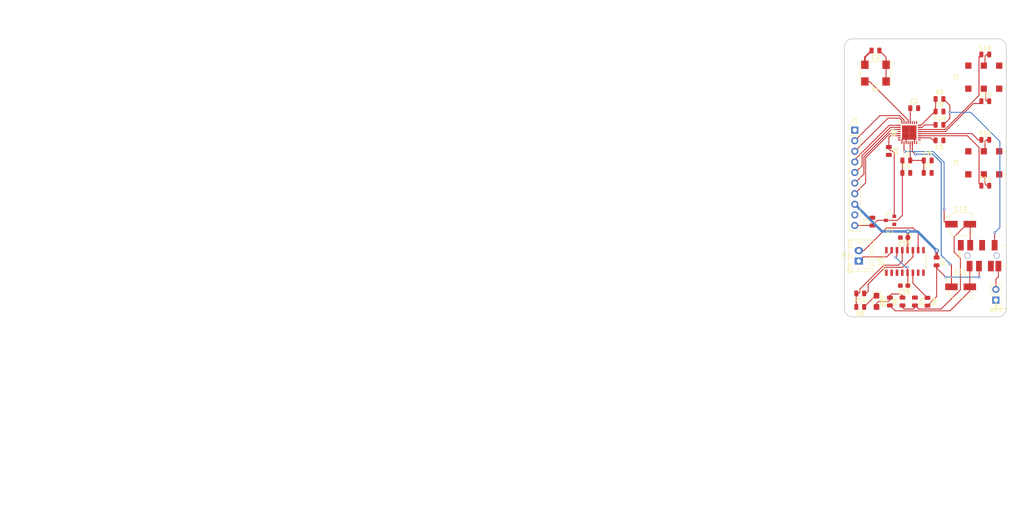
<source format=kicad_pcb>
(kicad_pcb (version 20171130) (host pcbnew "(5.0.0)")
  (layers (0 F.Cu signal) (31 B.Cu signal) (34 B.Paste user) (35 F.Paste user) (36 B.SilkS user) (37 F.SilkS user) (38 B.Mask user) (39 F.Mask user) (44 Edge.Cuts user))
  (net 0 "")
  (net 1 GNDREF)
  (net 2 +5V)
  (net 3 +3V3)
  (net 4 HPL)
  (net 5 HPR)
  (net 6 PIN5)
  (net 7 PIN3)
  (net 8 PIN35)
  (net 9 PIN12)
  (net 10 PIN40)
  (net 11 PIN38)
  (net 12 MIC)
  (net 13 "Net-(C5-Pad2)")
  (net 14 "Net-(C6-Pad1)")
  (net 15 "Net-(C7-Pad1)")
  (net 16 "Net-(C9-Pad1)")
  (net 17 "Net-(C10-Pad1)")
  (net 18 "Net-(C11-Pad1)")
  (net 19 "Net-(C12-Pad2)")
  (net 20 "Net-(C12-Pad1)")
  (net 21 "Net-(C13-Pad1)")
  (net 22 "Net-(C14-Pad1)")
  (net 23 "Net-(C14-Pad2)")
  (net 24 "Net-(C15-Pad1)")
  (net 25 "Net-(C15-Pad2)")
  (net 26 "Net-(C16-Pad2)")
  (net 27 "Net-(C16-Pad1)")
  (net 28 "Net-(C17-Pad1)")
  (net 29 "Net-(C17-Pad2)")
  (net 30 "Net-(C18-Pad1)")
  (net 31 "Net-(J4-Pad5)")
  (net 32 "Net-(J4-Pad6)")
  (net 33 "Net-(J4-Pad7)")
  (net 34 "Net-(J4-Pad8)")
  (net 35 "Net-(J5-Pad2)")
  (net 36 "Net-(J5-Pad1)")
  (net 37 "Net-(R8-Pad1)")
  (net 38 "Net-(R10-Pad2)")
  (net 39 "Net-(R10-Pad1)")
  (net 40 "Net-(U2-Pad21)")
  (net 41 "Net-(U2-Pad18)")
  (net 42 "Net-(U2-Pad4)")
  (net 43 "Net-(U3-Pad2)")
  (net 44 "Net-(U3-Pad7)")
  (net 45 "Net-(U3-Pad8)")
  (net 46 "Net-(U3-Pad16)")
  (module Resistor_SMD:R_0805_2012Metric (layer F.Cu) (at 298.227601 144.412758 180)
    (fp_text reference R10 (at 0 -1.65 180) (layer F.SilkS))
    (fp_text value 10K)
    (pad 2 smd roundrect (at 0.9375 0 180) (size 0.975 1.4) (layers F.Cu F.Paste F.Mask) (net 38 "Net-(R10-Pad2)"))
    (pad 1 smd roundrect (at -0.9375 0 180) (size 0.975 1.4) (layers F.Cu F.Paste F.Mask) (net 39 "Net-(R10-Pad1)"))
  )
  (module Capacitor_SMD:C_0805_2012Metric (layer F.Cu) (at 301.128234 127.215347 90)
    (fp_text reference C1 (at 0 -1.65 90) (layer F.SilkS))
    (fp_text value 2.2uf)
    (pad 2 smd roundrect (at 0.9375 0 90) (size 0.975 1.4) (layers F.Cu F.Paste F.Mask) (net 1 GNDREF))
    (pad 1 smd roundrect (at -0.9375 0 90) (size 0.975 1.4) (layers F.Cu F.Paste F.Mask) (net 3 +3V3))
  )
  (module Capacitor_SMD:C_0805_2012Metric (layer F.Cu) (at 311.157213 100.036547)
    (fp_text reference C2 (at 0 -1.65) (layer F.SilkS))
    (fp_text value 0.1uf)
    (pad 1 smd roundrect (at -0.9375 0) (size 0.975 1.4) (layers F.Cu F.Paste F.Mask) (net 3 +3V3))
    (pad 2 smd roundrect (at 0.9375 0) (size 0.975 1.4) (layers F.Cu F.Paste F.Mask) (net 1 GNDREF))
  )
  (module Capacitor_SMD:C_0805_2012Metric (layer F.Cu) (at 301.882214 86.236547 180)
    (fp_text reference C3 (at 0 -1.65 180) (layer F.SilkS))
    (fp_text value 0.1uf)
    (pad 1 smd roundrect (at -0.9375 0 180) (size 0.975 1.4) (layers F.Cu F.Paste F.Mask) (net 3 +3V3))
    (pad 2 smd roundrect (at 0.9375 0 180) (size 0.975 1.4) (layers F.Cu F.Paste F.Mask) (net 1 GNDREF))
  )
  (module Capacitor_SMD:C_0805_2012Metric (layer F.Cu) (at 309.264208 115.552847)
    (fp_text reference C4 (at 0 -1.65) (layer F.SilkS))
    (fp_text value 0.1uf)
    (pad 2 smd roundrect (at 0.9375 0) (size 0.975 1.4) (layers F.Cu F.Paste F.Mask) (net 1 GNDREF))
    (pad 1 smd roundrect (at -0.9375 0) (size 0.975 1.4) (layers F.Cu F.Paste F.Mask) (net 3 +3V3))
  )
  (module Capacitor_SMD:C_0805_2012Metric (layer F.Cu) (at 317.219714 107.752847 180)
    (fp_text reference C5 (at 0 -1.65 180) (layer F.SilkS))
    (fp_text value 0.1uf)
    (pad 1 smd roundrect (at -0.9375 0 180) (size 0.975 1.4) (layers F.Cu F.Paste F.Mask) (net 1 GNDREF))
    (pad 2 smd roundrect (at 0.9375 0 180) (size 0.975 1.4) (layers F.Cu F.Paste F.Mask) (net 13 "Net-(C5-Pad2)"))
  )
  (module Capacitor_SMD:C_0805_2012Metric (layer F.Cu) (at 305.082214 110.299047 270)
    (fp_text reference C6 (at 0 -1.65 270) (layer F.SilkS))
    (fp_text value 2.2uf)
    (pad 1 smd roundrect (at -0.9375 0 270) (size 0.975 1.4) (layers F.Cu F.Paste F.Mask) (net 14 "Net-(C6-Pad1)"))
    (pad 2 smd roundrect (at 0.9375 0 270) (size 0.975 1.4) (layers F.Cu F.Paste F.Mask) (net 1 GNDREF))
  )
  (module Capacitor_SMD:C_0805_2012Metric (layer F.Cu) (at 314.390734 115.552847)
    (fp_text reference C7 (at 0 -1.65) (layer F.SilkS))
    (fp_text value 2.2uf)
    (pad 2 smd roundrect (at 0.9375 0) (size 0.975 1.4) (layers F.Cu F.Paste F.Mask) (net 1 GNDREF))
    (pad 1 smd roundrect (at -0.9375 0) (size 0.975 1.4) (layers F.Cu F.Paste F.Mask) (net 15 "Net-(C7-Pad1)"))
  )
  (module Capacitor_SMD:C_0805_2012Metric (layer F.Cu) (at 314.390734 112.552847)
    (fp_text reference C8 (at 0 -1.65) (layer F.SilkS))
    (fp_text value 0.1uf)
    (pad 1 smd roundrect (at -0.9375 0) (size 0.975 1.4) (layers F.Cu F.Paste F.Mask) (net 15 "Net-(C7-Pad1)"))
    (pad 2 smd roundrect (at 0.9375 0) (size 0.975 1.4) (layers F.Cu F.Paste F.Mask) (net 1 GNDREF))
  )
  (module Capacitor_SMD:C_0805_2012Metric (layer F.Cu) (at 317.219714 100.836547)
    (fp_text reference C9 (at 0 -1.65) (layer F.SilkS))
    (fp_text value 2.2uf)
    (pad 2 smd roundrect (at 0.9375 0) (size 0.975 1.4) (layers F.Cu F.Paste F.Mask) (net 1 GNDREF))
    (pad 1 smd roundrect (at -0.9375 0) (size 0.975 1.4) (layers F.Cu F.Paste F.Mask) (net 16 "Net-(C9-Pad1)"))
  )
  (module Capacitor_SMD:C_0805_2012Metric (layer F.Cu) (at 317.219714 104.036547)
    (fp_text reference C10 (at 0 -1.65) (layer F.SilkS))
    (fp_text value 0.1uf)
    (pad 2 smd roundrect (at 0.9375 0) (size 0.975 1.4) (layers F.Cu F.Paste F.Mask) (net 12 MIC))
    (pad 1 smd roundrect (at -0.9375 0) (size 0.975 1.4) (layers F.Cu F.Paste F.Mask) (net 17 "Net-(C10-Pad1)"))
  )
  (module Capacitor_SMD:CP_Elec_5x4.5 (layer F.Cu) (at 322.282214 142.836547)
    (fp_text reference C11 (at 0 -3.7) (layer F.SilkS))
    (fp_text value 220uf)
    (pad 1 smd rect (at -2.2 0) (size 3 1.6) (layers F.Cu F.Paste F.Mask) (net 18 "Net-(C11-Pad1)"))
    (pad 2 smd rect (at 2.2 0) (size 3 1.6) (layers F.Cu F.Paste F.Mask) (net 4 HPL))
  )
  (module Capacitor_SMD:C_0805_2012Metric (layer F.Cu) (at 328.189208 107.62247)
    (fp_text reference C12 (at 0 -1.65) (layer F.SilkS))
    (fp_text value 2.2uf)
    (pad 1 smd roundrect (at -0.9375 0) (size 0.975 1.4) (layers F.Cu F.Paste F.Mask) (net 20 "Net-(C12-Pad1)"))
    (pad 2 smd roundrect (at 0.9375 0) (size 0.975 1.4) (layers F.Cu F.Paste F.Mask) (net 19 "Net-(C12-Pad2)"))
  )
  (module Capacitor_SMD:CP_Elec_5x4.5 (layer F.Cu) (at 322.282214 127.836547)
    (fp_text reference C13 (at 0 -3.7) (layer F.SilkS))
    (fp_text value 220uf)
    (pad 2 smd rect (at 2.2 0) (size 3 1.6) (layers F.Cu F.Paste F.Mask) (net 5 HPR))
    (pad 1 smd rect (at -2.2 0) (size 3 1.6) (layers F.Cu F.Paste F.Mask) (net 21 "Net-(C13-Pad1)"))
  )
  (module Capacitor_SMD:C_0805_2012Metric (layer F.Cu) (at 328.189208 118.62247)
    (fp_text reference C14 (at 0 -1.65) (layer F.SilkS))
    (fp_text value 2.2uf)
    (pad 2 smd roundrect (at 0.9375 0) (size 0.975 1.4) (layers F.Cu F.Paste F.Mask) (net 23 "Net-(C14-Pad2)"))
    (pad 1 smd roundrect (at -0.9375 0) (size 0.975 1.4) (layers F.Cu F.Paste F.Mask) (net 22 "Net-(C14-Pad1)"))
  )
  (module Capacitor_SMD:C_0805_2012Metric (layer F.Cu) (at 328.189208 98.37247)
    (fp_text reference C15 (at 0 -1.65) (layer F.SilkS))
    (fp_text value 2.2uf)
    (pad 1 smd roundrect (at -0.9375 0) (size 0.975 1.4) (layers F.Cu F.Paste F.Mask) (net 24 "Net-(C15-Pad1)"))
    (pad 2 smd roundrect (at 0.9375 0) (size 0.975 1.4) (layers F.Cu F.Paste F.Mask) (net 25 "Net-(C15-Pad2)"))
  )
  (module Capacitor_SMD:C_0805_2012Metric (layer F.Cu) (at 328.189208 87.17247)
    (fp_text reference C16 (at 0 -1.65) (layer F.SilkS))
    (fp_text value 2.2uf)
    (pad 2 smd roundrect (at 0.9375 0) (size 0.975 1.4) (layers F.Cu F.Paste F.Mask) (net 26 "Net-(C16-Pad2)"))
    (pad 1 smd roundrect (at -0.9375 0) (size 0.975 1.4) (layers F.Cu F.Paste F.Mask) (net 27 "Net-(C16-Pad1)"))
  )
  (module Capacitor_Tantalum_SMD:CP_EIA-3216-18_Kemet-A (layer F.Cu) (at 302.133869 146.312757 270)
    (fp_text reference C17 (at 0 -1.75 270) (layer F.SilkS))
    (fp_text value 1uf)
    (pad 1 smd roundrect (at -1.35 0 270) (size 1.4 1.35) (layers F.Cu F.Paste F.Mask) (roundrect_rratio 0.185185) (net 28 "Net-(C17-Pad1)"))
    (pad 2 smd roundrect (at 1.35 0 270) (size 1.4 1.35) (layers F.Cu F.Paste F.Mask) (roundrect_rratio 0.185185) (net 29 "Net-(C17-Pad2)"))
  )
  (module Capacitor_Tantalum_SMD:CP_EIA-2012-12_Kemet-R (layer F.Cu) (at 308.733868 142.562757 180)
    (fp_text reference C18 (at 0 -1.58 180) (layer F.SilkS))
    (fp_text value 0.1uf)
    (pad 1 smd roundrect (at -0.8875 0 180) (size 1.125 1.05) (layers F.Cu F.Paste F.Mask) (roundrect_rratio 0.238095) (net 30 "Net-(C18-Pad1)"))
    (pad 2 smd roundrect (at 0.8875 0 180) (size 1.125 1.05) (layers F.Cu F.Paste F.Mask) (roundrect_rratio 0.238095) (net 1 GNDREF))
  )
  (module Capacitor_Tantalum_SMD:CP_EIA-2012-12_Kemet-R (layer F.Cu) (at 308.746369 131.040258 180)
    (fp_text reference C19 (at 0 -1.58 180) (layer F.SilkS))
    (fp_text value 0.1uf)
    (pad 2 smd roundrect (at 0.8875 0 180) (size 1.125 1.05) (layers F.Cu F.Paste F.Mask) (roundrect_rratio 0.238095) (net 1 GNDREF))
    (pad 1 smd roundrect (at -0.8875 0 180) (size 1.125 1.05) (layers F.Cu F.Paste F.Mask) (roundrect_rratio 0.238095) (net 2 +5V))
  )
  (module Connector_PinHeader_2.54mm:PinHeader_1x10_P2.54mm_Vertical (layer F.Cu) (at 296.928234 105.292847)
    (fp_text reference J1 (at 0 -2.33) (layer F.SilkS))
    (fp_text value Conn_01x10)
    (pad 1 thru_hole rect (at 0 0) (size 1.7 1.7) (drill 1) (layers *.Cu *.Mask) (net 1 GNDREF))
    (pad 2 thru_hole oval (at 0 2.54) (size 1.7 1.7) (drill 1) (layers *.Cu *.Mask) (net 8 PIN35))
    (pad 3 thru_hole oval (at 0 5.08) (size 1.7 1.7) (drill 1) (layers *.Cu *.Mask) (net 9 PIN12))
    (pad 4 thru_hole oval (at 0 7.62) (size 1.7 1.7) (drill 1) (layers *.Cu *.Mask) (net 10 PIN40))
    (pad 5 thru_hole oval (at 0 10.16) (size 1.7 1.7) (drill 1) (layers *.Cu *.Mask) (net 11 PIN38))
    (pad 6 thru_hole oval (at 0 12.7) (size 1.7 1.7) (drill 1) (layers *.Cu *.Mask) (net 7 PIN3))
    (pad 7 thru_hole oval (at 0 15.24) (size 1.7 1.7) (drill 1) (layers *.Cu *.Mask) (net 6 PIN5))
    (pad 8 thru_hole oval (at 0 17.78) (size 1.7 1.7) (drill 1) (layers *.Cu *.Mask) (net 2 +5V))
    (pad 9 thru_hole oval (at 0 20.32) (size 1.7 1.7) (drill 1) (layers *.Cu *.Mask) (net 1 GNDREF))
    (pad 10 thru_hole oval (at 0 22.86) (size 1.7 1.7) (drill 1) (layers *.Cu *.Mask) (net 3 +3V3))
  )
  (module Connector_Audio:PJ-237-6A (layer F.Cu) (at 329.226708 92.62247 270)
    (fp_text reference J2 (at 0 8 270) (layer F.SilkS))
    (fp_text value Audio_IN)
    (pad 1 smd rect (at 2.75 -2.3 270) (size 1.5 1.5) (layers F.Cu F.Paste F.Mask) (net 1 GNDREF))
    (pad 3 smd rect (at 2.75 1.4 270) (size 1.5 1.5) (layers F.Cu F.Paste F.Mask) (net 25 "Net-(C15-Pad2)"))
    (pad 6 smd rect (at 2.75 5.1 270) (size 1.5 1.5) (layers F.Cu F.Paste F.Mask))
    (pad 2 smd rect (at -2.769623 1.398474 270) (size 1.5 1.5) (layers F.Cu F.Paste F.Mask) (net 26 "Net-(C16-Pad2)"))
    (pad 5 smd rect (at -2.769623 5.098474 270) (size 1.5 1.5) (layers F.Cu F.Paste F.Mask))
    (pad 4 smd rect (at -2.769623 -2.301526 270) (size 1.5 1.5) (layers F.Cu F.Paste F.Mask))
    (pad "" np_thru_hole circle (at 0 -1.2 270) (size 1.4 1.4) (drill 1.4) (layers *.Cu *.Mask))
    (pad "" np_thru_hole circle (at 0 3.8 270) (size 1.4 1.4) (drill 1.4) (layers *.Cu *.Mask))
  )
  (module Connector_Audio:PJ-237-6A (layer F.Cu) (at 329.225182 113.142093 270)
    (fp_text reference J3 (at 0 8 270) (layer F.SilkS))
    (fp_text value Audio_OUT)
    (pad "" np_thru_hole circle (at 0 3.8 270) (size 1.4 1.4) (drill 1.4) (layers *.Cu *.Mask))
    (pad "" np_thru_hole circle (at 0 -1.2 270) (size 1.4 1.4) (drill 1.4) (layers *.Cu *.Mask))
    (pad 4 smd rect (at -2.769623 -2.301526 270) (size 1.5 1.5) (layers F.Cu F.Paste F.Mask))
    (pad 5 smd rect (at -2.769623 5.098474 270) (size 1.5 1.5) (layers F.Cu F.Paste F.Mask))
    (pad 2 smd rect (at -2.769623 1.398474 270) (size 1.5 1.5) (layers F.Cu F.Paste F.Mask) (net 19 "Net-(C12-Pad2)"))
    (pad 6 smd rect (at 2.75 5.1 270) (size 1.5 1.5) (layers F.Cu F.Paste F.Mask))
    (pad 3 smd rect (at 2.75 1.4 270) (size 1.5 1.5) (layers F.Cu F.Paste F.Mask) (net 23 "Net-(C14-Pad2)"))
    (pad 1 smd rect (at 2.75 -2.3 270) (size 1.5 1.5) (layers F.Cu F.Paste F.Mask) (net 1 GNDREF))
  )
  (module Connector_Audio:PJ-393-7A (layer F.Cu) (at 327.426708 135.37247 270)
    (fp_text reference J4 (at 0 5.5 270) (layer F.SilkS))
    (fp_text value SJ1-42536-SMT)
    (pad 1 smd rect (at -2.5 -3 270) (size 2.5 1.4) (layers F.Cu F.Paste F.Mask) (net 12 MIC))
    (pad 4 smd rect (at -2.5 0 270) (size 2.5 1.4) (layers F.Cu F.Paste F.Mask) (net 1 GNDREF))
    (pad 3 smd rect (at -2.5 2.85 270) (size 2.5 1.4) (layers F.Cu F.Paste F.Mask) (net 5 HPR))
    (pad 5 smd rect (at -2.5 5.1 270) (size 2.5 1.4) (layers F.Cu F.Paste F.Mask) (net 31 "Net-(J4-Pad5)"))
    (pad "" np_thru_hole circle (at 0 -3.5 270) (size 1.4 1.4) (drill 1.2) (layers *.Cu *.Mask))
    (pad 2 smd rect (at 2.5 3 270) (size 2.5 1.4) (layers F.Cu F.Paste F.Mask) (net 4 HPL))
    (pad 6 smd rect (at 2.5 0.75 270) (size 2.5 1.4) (layers F.Cu F.Paste F.Mask) (net 32 "Net-(J4-Pad6)"))
    (pad 7 smd rect (at 2.5 -2.1 270) (size 2.5 1.4) (layers F.Cu F.Paste F.Mask) (net 33 "Net-(J4-Pad7)"))
    (pad 8 smd rect (at 2.5 -3.9 270) (size 2.5 1.4) (layers F.Cu F.Paste F.Mask) (net 34 "Net-(J4-Pad8)"))
    (pad "" np_thru_hole circle (at 0 3.5 270) (size 1.4 1.4) (drill 1.2) (layers *.Cu *.Mask))
  )
  (module Connector_JST:JST_XH_B02B-XH-A_1x02_P2.50mm_Vertical (layer F.Cu) (at 297.883869 136.662758 90)
    (fp_text reference J5 (at 1.25 -3.55 90) (layer F.SilkS))
    (fp_text value Speaker)
    (pad 1 thru_hole rect (at 0 0 90) (size 1.7 2) (drill 1) (layers *.Cu *.Mask) (net 36 "Net-(J5-Pad1)"))
    (pad 2 thru_hole oval (at 2.5 0 90) (size 1.7 2) (drill 1) (layers *.Cu *.Mask) (net 35 "Net-(J5-Pad2)"))
  )
  (module Fuse:Fuse_0805_2012Metric (layer F.Cu) (at 309.265734 112.552847)
    (fp_text reference L1 (at 0 -1.65) (layer F.SilkS))
    (fp_text value 600)
    (pad 1 smd roundrect (at -0.9375 0) (size 0.975 1.4) (layers F.Cu F.Paste F.Mask) (net 3 +3V3))
    (pad 2 smd roundrect (at 0.9375 0) (size 0.975 1.4) (layers F.Cu F.Paste F.Mask) (net 15 "Net-(C7-Pad1)"))
  )
  (module Connector_PinHeader_2.54mm:PinHeader_1x02_P2.54mm_Vertical (layer F.Cu) (at 330.726868 146.02262 180)
    (fp_text reference MK1 (at 0 -2.33 180) (layer F.SilkS))
    (fp_text value Microphone)
    (pad 1 thru_hole rect (at 0 0 180) (size 1.7 1.7) (drill 1) (layers *.Cu *.Mask) (net 1 GNDREF))
    (pad 2 thru_hole oval (at 0 2.54 180) (size 1.7 1.7) (drill 1) (layers *.Cu *.Mask) (net 34 "Net-(J4-Pad8)"))
  )
  (module Resistor_SMD:R_0805_2012Metric (layer F.Cu) (at 317.219714 97.836547)
    (fp_text reference R3 (at 0 -1.65) (layer F.SilkS))
    (fp_text value 2.2K)
    (pad 2 smd roundrect (at 0.9375 0) (size 0.975 1.4) (layers F.Cu F.Paste F.Mask) (net 12 MIC))
    (pad 1 smd roundrect (at -0.9375 0) (size 0.975 1.4) (layers F.Cu F.Paste F.Mask) (net 16 "Net-(C9-Pad1)"))
  )
  (module Resistor_SMD:R_0805_2012Metric (layer F.Cu) (at 311.333869 146.362758 270)
    (fp_text reference R4 (at 0 -1.65 270) (layer F.SilkS))
    (fp_text value 1K)
    (pad 1 smd roundrect (at -0.9375 0 270) (size 0.975 1.4) (layers F.Cu F.Paste F.Mask) (net 1 GNDREF))
    (pad 2 smd roundrect (at 0.9375 0 270) (size 0.975 1.4) (layers F.Cu F.Paste F.Mask) (net 5 HPR))
  )
  (module Resistor_SMD:R_0805_2012Metric (layer F.Cu) (at 305.333868 146.362758 90)
    (fp_text reference R5 (at 0 -1.65 90) (layer F.SilkS))
    (fp_text value 1K)
    (pad 2 smd roundrect (at 0.9375 0 90) (size 0.975 1.4) (layers F.Cu F.Paste F.Mask) (net 29 "Net-(C17-Pad2)"))
    (pad 1 smd roundrect (at -0.9375 0 90) (size 0.975 1.4) (layers F.Cu F.Paste F.Mask) (net 4 HPL))
  )
  (module Resistor_SMD:R_0805_2012Metric (layer F.Cu) (at 308.333868 146.362758 90)
    (fp_text reference R6 (at 0 -1.65 90) (layer F.SilkS))
    (fp_text value 1K)
    (pad 1 smd roundrect (at -0.9375 0 90) (size 0.975 1.4) (layers F.Cu F.Paste F.Mask) (net 5 HPR))
    (pad 2 smd roundrect (at 0.9375 0 90) (size 0.975 1.4) (layers F.Cu F.Paste F.Mask) (net 29 "Net-(C17-Pad2)"))
  )
  (module Resistor_SMD:R_0805_2012Metric (layer F.Cu) (at 316.533868 136.762758 270)
    (fp_text reference R7 (at 0 -1.65 270) (layer F.SilkS))
    (fp_text value 100K)
    (pad 2 smd roundrect (at 0.9375 0 270) (size 0.975 1.4) (layers F.Cu F.Paste F.Mask) (net 32 "Net-(J4-Pad6)"))
    (pad 1 smd roundrect (at -0.9375 0 270) (size 0.975 1.4) (layers F.Cu F.Paste F.Mask) (net 2 +5V))
  )
  (module Resistor_SMD:R_0805_2012Metric (layer F.Cu) (at 314.333868 146.425257 270)
    (fp_text reference R8 (at 0 -1.65 270) (layer F.SilkS))
    (fp_text value 100K)
    (pad 1 smd roundrect (at -0.9375 0 270) (size 0.975 1.4) (layers F.Cu F.Paste F.Mask) (net 37 "Net-(R8-Pad1)"))
    (pad 2 smd roundrect (at 0.9375 0 270) (size 0.975 1.4) (layers F.Cu F.Paste F.Mask) (net 32 "Net-(J4-Pad6)"))
  )
  (module Resistor_SMD:R_0805_2012Metric (layer F.Cu) (at 298.227599 147.662758 180)
    (fp_text reference R9 (at 0 -1.65 180) (layer F.SilkS))
    (fp_text value 10K)
    (pad 1 smd roundrect (at -0.9375 0 180) (size 0.975 1.4) (layers F.Cu F.Paste F.Mask) (net 28 "Net-(C17-Pad1)"))
    (pad 2 smd roundrect (at 0.9375 0 180) (size 0.975 1.4) (layers F.Cu F.Paste F.Mask) (net 38 "Net-(R10-Pad2)"))
  )
  (module Package_TO_SOT_SMD:SOT-23 (layer F.Cu) (at 305.383869 126.912758 180)
    (fp_text reference U1 (at 0 -2.5 180) (layer F.SilkS))
    (fp_text value AMS1117-3.3)
    (pad 1 smd rect (at -1 -0.95 180) (size 0.9 0.8) (layers F.Cu F.Paste F.Mask) (net 1 GNDREF))
    (pad 2 smd rect (at -1 0.95 180) (size 0.9 0.8) (layers F.Cu F.Paste F.Mask) (net 14 "Net-(C6-Pad1)"))
    (pad 3 smd rect (at 1 0 180) (size 0.9 0.8) (layers F.Cu F.Paste F.Mask) (net 3 +3V3))
  )
  (module Sensor_Audio:QFN-32-NXP-SGTL5000 (layer F.Cu) (at 309.969713 105.886548 90)
    (fp_text reference U2 (at 0 -3.75 90) (layer F.SilkS))
    (fp_text value SGTL5000)
    (pad 33 smd rect (at -0.8625 -0.8625 90) (size 1.725 1.725) (layers F.Cu F.Paste F.Mask) (net 1 GNDREF))
    (pad 33 smd rect (at -0.8625 0.8625 90) (size 1.725 1.725) (layers F.Cu F.Paste F.Mask) (net 1 GNDREF))
    (pad 33 smd rect (at 0.8625 -0.8625 90) (size 1.725 1.725) (layers F.Cu F.Paste F.Mask) (net 1 GNDREF))
    (pad 33 smd rect (at 0.8625 0.8625 90) (size 1.725 1.725) (layers F.Cu F.Paste F.Mask) (net 1 GNDREF))
    (pad 32 smd rect (at -1.75 -2.4 180) (size 0.7 0.25) (layers F.Cu F.Paste F.Mask) (net 1 GNDREF))
    (pad 31 smd rect (at -1.25 -2.4 180) (size 0.7 0.25) (layers F.Cu F.Paste F.Mask) (net 1 GNDREF))
    (pad 30 smd rect (at -0.75 -2.4 180) (size 0.7 0.25) (layers F.Cu F.Paste F.Mask) (net 14 "Net-(C6-Pad1)"))
    (pad 29 smd rect (at -0.25 -2.4 180) (size 0.7 0.25) (layers F.Cu F.Paste F.Mask) (net 6 PIN5))
    (pad 28 smd rect (at 0.25 -2.4 180) (size 0.7 0.25) (layers F.Cu F.Paste F.Mask))
    (pad 27 smd rect (at 0.75 -2.4 180) (size 0.7 0.25) (layers F.Cu F.Paste F.Mask) (net 7 PIN3))
    (pad 26 smd rect (at 1.25 -2.4 180) (size 0.7 0.25) (layers F.Cu F.Paste F.Mask) (net 11 PIN38))
    (pad 25 smd rect (at 1.75 -2.4 180) (size 0.7 0.25) (layers F.Cu F.Paste F.Mask) (net 10 PIN40))
    (pad 24 smd rect (at 2.4 -1.75 90) (size 0.7 0.25) (layers F.Cu F.Paste F.Mask) (net 9 PIN12))
    (pad 23 smd rect (at 2.4 -1.25 90) (size 0.7 0.25) (layers F.Cu F.Paste F.Mask) (net 8 PIN35))
    (pad 22 smd rect (at 2.4 -0.75 90) (size 0.7 0.25) (layers F.Cu F.Paste F.Mask))
    (pad 21 smd rect (at 2.4 -0.25 90) (size 0.7 0.25) (layers F.Cu F.Paste F.Mask) (net 40 "Net-(U2-Pad21)"))
    (pad 20 smd rect (at 2.4 0.25 90) (size 0.7 0.25) (layers F.Cu F.Paste F.Mask) (net 3 +3V3))
    (pad 19 smd rect (at 2.4 0.75 90) (size 0.7 0.25) (layers F.Cu F.Paste F.Mask))
    (pad 18 smd rect (at 2.4 1.25 90) (size 0.7 0.25) (layers F.Cu F.Paste F.Mask) (net 41 "Net-(U2-Pad18)"))
    (pad 17 smd rect (at 2.4 1.75 90) (size 0.7 0.25) (layers F.Cu F.Paste F.Mask))
    (pad 16 smd rect (at 1.75 2.4 180) (size 0.7 0.25) (layers F.Cu F.Paste F.Mask) (net 16 "Net-(C9-Pad1)"))
    (pad 15 smd rect (at 1.25 2.4 180) (size 0.7 0.25) (layers F.Cu F.Paste F.Mask) (net 17 "Net-(C10-Pad1)"))
    (pad 14 smd rect (at 0.75 2.4 180) (size 0.7 0.25) (layers F.Cu F.Paste F.Mask) (net 27 "Net-(C16-Pad1)"))
    (pad 13 smd rect (at 0.25 2.4 180) (size 0.7 0.25) (layers F.Cu F.Paste F.Mask) (net 24 "Net-(C15-Pad1)"))
    (pad 12 smd rect (at -0.25 2.4 180) (size 0.7 0.25) (layers F.Cu F.Paste F.Mask) (net 20 "Net-(C12-Pad1)"))
    (pad 11 smd rect (at -0.75 2.4 180) (size 0.7 0.25) (layers F.Cu F.Paste F.Mask) (net 22 "Net-(C14-Pad1)"))
    (pad 10 smd rect (at -1.25 2.4 180) (size 0.7 0.25) (layers F.Cu F.Paste F.Mask) (net 13 "Net-(C5-Pad2)"))
    (pad 9 smd rect (at -1.75 2.4 180) (size 0.7 0.25) (layers F.Cu F.Paste F.Mask))
    (pad 8 smd rect (at -2.4 1.75 90) (size 0.7 0.25) (layers F.Cu F.Paste F.Mask))
    (pad 7 smd rect (at -2.4 1.25 90) (size 0.7 0.25) (layers F.Cu F.Paste F.Mask) (net 1 GNDREF))
    (pad 6 smd rect (at -2.4 0.75 90) (size 0.7 0.25) (layers F.Cu F.Paste F.Mask) (net 18 "Net-(C11-Pad1)"))
    (pad 5 smd rect (at -2.4 0.25 90) (size 0.7 0.25) (layers F.Cu F.Paste F.Mask) (net 15 "Net-(C7-Pad1)"))
    (pad 4 smd rect (at -2.4 -0.25 90) (size 0.7 0.25) (layers F.Cu F.Paste F.Mask) (net 42 "Net-(U2-Pad4)"))
    (pad 3 smd rect (at -2.4 -0.75 90) (size 0.7 0.25) (layers F.Cu F.Paste F.Mask) (net 1 GNDREF))
    (pad 2 smd rect (at -2.4 -1.25 90) (size 0.7 0.25) (layers F.Cu F.Paste F.Mask) (net 21 "Net-(C13-Pad1)"))
    (pad 1 smd rect (at -2.4 -1.75 90) (size 0.7 0.25) (layers F.Cu F.Paste F.Mask) (net 1 GNDREF))
  )
  (module Package_SO:SOIC-16_3.9x9.9mm_P1.27mm (layer F.Cu) (at 308.933868 136.762757 90)
    (fp_text reference U3 (at 0 -6 90) (layer F.SilkS))
    (fp_text value LM4860)
    (pad 1 smd rect (at -2.7 -4.445 90) (size 1.5 0.6) (layers F.Cu F.Paste F.Mask) (net 1 GNDREF))
    (pad 2 smd rect (at -2.7 -3.175 90) (size 1.5 0.6) (layers F.Cu F.Paste F.Mask) (net 43 "Net-(U3-Pad2)"))
    (pad 3 smd rect (at -2.7 -1.905 90) (size 1.5 0.6) (layers F.Cu F.Paste F.Mask) (net 43 "Net-(U3-Pad2)"))
    (pad 4 smd rect (at -2.7 -0.635 90) (size 1.5 0.6) (layers F.Cu F.Paste F.Mask) (net 1 GNDREF))
    (pad 5 smd rect (at -2.7 0.635 90) (size 1.5 0.6) (layers F.Cu F.Paste F.Mask) (net 30 "Net-(C18-Pad1)"))
    (pad 6 smd rect (at -2.7 1.905 90) (size 1.5 0.6) (layers F.Cu F.Paste F.Mask) (net 37 "Net-(R8-Pad1)"))
    (pad 7 smd rect (at -2.7 3.175 90) (size 1.5 0.6) (layers F.Cu F.Paste F.Mask) (net 44 "Net-(U3-Pad7)"))
    (pad 8 smd rect (at -2.7 4.445 90) (size 1.5 0.6) (layers F.Cu F.Paste F.Mask) (net 45 "Net-(U3-Pad8)"))
    (pad 9 smd rect (at 2.7 4.445 90) (size 1.5 0.6) (layers F.Cu F.Paste F.Mask) (net 1 GNDREF))
    (pad 10 smd rect (at 2.7 3.175 90) (size 1.5 0.6) (layers F.Cu F.Paste F.Mask) (net 35 "Net-(J5-Pad2)"))
    (pad 11 smd rect (at 2.7 1.905 90) (size 1.5 0.6) (layers F.Cu F.Paste F.Mask) (net 39 "Net-(R10-Pad1)"))
    (pad 12 smd rect (at 2.7 0.635 90) (size 1.5 0.6) (layers F.Cu F.Paste F.Mask) (net 2 +5V))
    (pad 13 smd rect (at 2.7 -0.635 90) (size 1.5 0.6) (layers F.Cu F.Paste F.Mask) (net 38 "Net-(R10-Pad2)"))
    (pad 14 smd rect (at 2.7 -1.905 90) (size 1.5 0.6) (layers F.Cu F.Paste F.Mask) (net 30 "Net-(C18-Pad1)"))
    (pad 15 smd rect (at 2.7 -3.175 90) (size 1.5 0.6) (layers F.Cu F.Paste F.Mask) (net 36 "Net-(J5-Pad1)"))
    (pad 16 smd rect (at 2.7 -4.445 90) (size 1.5 0.6) (layers F.Cu F.Paste F.Mask) (net 46 "Net-(U3-Pad16)"))
  )
  (module Oscillator:Oscillator_SMD_Abracon_ASV-4Pin_7.0x5.1mm (layer F.Cu) (at 301.882214 91.636547 180)
    (fp_text reference X1 (at 0 -4 180) (layer F.SilkS))
    (fp_text value XO32)
    (pad 1 smd rect (at -2.54 2 180) (size 1.8 2) (layers F.Cu F.Paste F.Mask) (net 3 +3V3))
    (pad 2 smd rect (at 2.54 2 180) (size 1.8 2) (layers F.Cu F.Paste F.Mask) (net 1 GNDREF))
    (pad 3 smd rect (at 2.54 -2 180) (size 1.8 2) (layers F.Cu F.Paste F.Mask) (net 40 "Net-(U2-Pad21)"))
    (pad 4 smd rect (at -2.54 -2 180) (size 1.8 2) (layers F.Cu F.Paste F.Mask) (net 3 +3V3))
  )
  (gr_line (start 330.726868 148.02262) (end 330.726868 146.02262) (layer F.SilkS) (width 0.2))
  (gr_line (start 333.226868 148.02262) (end 330.726868 148.02262) (layer F.SilkS) (width 0.2))
  (gr_arc (start 296.428234 85.423074) (end 296.428234 83.423074) (angle -90) (layer Edge.Cuts) (width 0.2))
  (gr_line (start 333.226868 85.423074) (end 333.226868 148.02262) (layer Edge.Cuts) (width 0.2))
  (gr_arc (start 331.226868 85.423074) (end 333.226868 85.423074) (angle -90) (layer Edge.Cuts) (width 0.2))
  (gr_line (start 296.428234 83.423074) (end 331.226868 83.423074) (layer Edge.Cuts) (width 0.2))
  (gr_arc (start 331.226868 148.02262) (end 331.226868 150.02262) (angle -90) (layer Edge.Cuts) (width 0.2))
  (gr_line (start 294.428234 148.02262) (end 294.428234 85.423074) (layer Edge.Cuts) (width 0.2))
  (gr_arc (start 296.428234 148.02262) (end 294.428234 148.02262) (angle -90) (layer Edge.Cuts) (width 0.2))
  (gr_line (start 331.226868 150.02262) (end 296.428234 150.02262) (layer Edge.Cuts) (width 0.2))
  (segment (start 299.342214 87.839047) (end 299.342214 89.636547) (width 0.4) (layer F.Cu) (net 1))
  (segment (start 300.944714 86.236547) (end 299.342214 87.839047) (width 0.4) (layer F.Cu) (net 1))
  (segment (start 311.219713 107.136548) (end 310.832213 106.749048) (width 0.25) (layer F.Cu) (net 1))
  (segment (start 311.219713 108.286548) (end 311.219713 107.136548) (width 0.25) (layer F.Cu) (net 1))
  (segment (start 309.219713 106.861548) (end 309.107213 106.749048) (width 0.25) (layer F.Cu) (net 1))
  (segment (start 309.219713 108.286548) (end 309.219713 106.861548) (width 0.25) (layer F.Cu) (net 1))
  (segment (start 308.219713 107.636548) (end 309.107213 106.749048) (width 0.25) (layer F.Cu) (net 1))
  (segment (start 308.219713 108.286548) (end 308.219713 107.636548) (width 0.25) (layer F.Cu) (net 1))
  (segment (start 309.568868 131.105259) (end 309.633869 131.040258) (width 0.4) (layer F.Cu) (net 2))
  (segment (start 309.568868 134.062757) (end 309.568868 131.105259) (width 0.4) (layer F.Cu) (net 2))
  (via (at 309.633869 129.572758) (size 1) (drill 0.5) (layers F.Cu B.Cu) (net 2))
  (segment (start 309.633869 129.572758) (end 309.633869 131.040258) (width 0.6) (layer F.Cu) (net 2))
  (segment (start 303.443869 129.572758) (end 309.633869 129.572758) (width 0.6) (layer B.Cu) (net 2))
  (segment (start 296.928234 123.072847) (end 296.943958 123.072847) (width 0.6) (layer B.Cu) (net 2))
  (segment (start 296.943958 123.072847) (end 303.443869 129.572758) (width 0.6) (layer B.Cu) (net 2))
  (via (at 316.533869 134.162758) (size 1) (drill 0.5) (layers F.Cu B.Cu) (net 2))
  (segment (start 309.633869 129.572758) (end 311.943869 129.572758) (width 0.6) (layer B.Cu) (net 2))
  (segment (start 311.943869 129.572758) (end 316.533869 134.162758) (width 0.6) (layer B.Cu) (net 2))
  (segment (start 316.533869 135.825257) (end 316.533868 135.825258) (width 0.6) (layer F.Cu) (net 2))
  (segment (start 316.533869 134.162758) (end 316.533869 135.825257) (width 0.6) (layer F.Cu) (net 2))
  (segment (start 296.928234 128.152847) (end 301.128234 128.152847) (width 0.22) (layer F.Cu) (net 3))
  (segment (start 310.219713 103.486548) (end 310.219713 100.036547) (width 0.22) (layer F.Cu) (net 3))
  (segment (start 308.326708 112.554373) (end 308.328234 112.552847) (width 0.22) (layer F.Cu) (net 3))
  (segment (start 308.326708 115.552847) (end 308.326708 112.554373) (width 0.22) (layer F.Cu) (net 3))
  (segment (start 304.422214 93.636547) (end 304.422214 89.636547) (width 0.22) (layer F.Cu) (net 3))
  (segment (start 304.422214 87.839047) (end 302.819714 86.236547) (width 0.22) (layer F.Cu) (net 3))
  (segment (start 304.422214 89.636547) (end 304.422214 87.839047) (width 0.22) (layer F.Cu) (net 3))
  (segment (start 302.368323 126.912758) (end 304.383869 126.912758) (width 0.22) (layer F.Cu) (net 3))
  (segment (start 301.128234 128.152847) (end 302.368323 126.912758) (width 0.22) (layer F.Cu) (net 3))
  (segment (start 308.326708 116.352847) (end 308.326708 115.552847) (width 0.22) (layer F.Cu) (net 3))
  (segment (start 308.326708 125.719919) (end 308.326708 116.352847) (width 0.22) (layer F.Cu) (net 3))
  (segment (start 304.383869 126.912758) (end 307.133869 126.912758) (width 0.22) (layer F.Cu) (net 3))
  (segment (start 307.133869 126.912758) (end 308.326708 125.719919) (width 0.22) (layer F.Cu) (net 3))
  (segment (start 324.482214 137.927976) (end 324.426708 137.87247) (width 0.22) (layer F.Cu) (net 4))
  (segment (start 324.482214 142.836547) (end 324.482214 137.927976) (width 0.22) (layer F.Cu) (net 4))
  (segment (start 305.890105 147.856495) (end 305.333868 147.300258) (width 0.22) (layer F.Cu) (net 4))
  (segment (start 306.616377 148.582767) (end 305.890105 147.856495) (width 0.22) (layer F.Cu) (net 4))
  (segment (start 319.755994 148.582767) (end 306.616377 148.582767) (width 0.22) (layer F.Cu) (net 4))
  (segment (start 324.482214 143.856547) (end 319.755994 148.582767) (width 0.22) (layer F.Cu) (net 4))
  (segment (start 324.482214 142.836547) (end 324.482214 143.856547) (width 0.22) (layer F.Cu) (net 4))
  (segment (start 311.333869 147.762758) (end 311.333869 147.300258) (width 0.22) (layer F.Cu) (net 5))
  (segment (start 310.933868 148.162757) (end 311.333869 147.762758) (width 0.22) (layer F.Cu) (net 5))
  (segment (start 308.733868 148.162757) (end 310.933868 148.162757) (width 0.22) (layer F.Cu) (net 5))
  (segment (start 308.333868 147.300258) (end 308.333868 147.762758) (width 0.22) (layer F.Cu) (net 5))
  (segment (start 308.333868 147.762758) (end 308.733868 148.162757) (width 0.22) (layer F.Cu) (net 5))
  (segment (start 324.576708 127.931041) (end 324.482214 127.836547) (width 0.22) (layer F.Cu) (net 5))
  (segment (start 324.576708 132.87247) (end 324.576708 127.931041) (width 0.22) (layer F.Cu) (net 5))
  (segment (start 323.782214 127.836547) (end 324.482214 127.836547) (width 0.22) (layer F.Cu) (net 5))
  (segment (start 320.726868 130.891893) (end 323.782214 127.836547) (width 0.22) (layer F.Cu) (net 5))
  (segment (start 312.193878 148.160267) (end 317.616496 148.160267) (width 0.22) (layer F.Cu) (net 5))
  (segment (start 311.333869 147.300258) (end 312.193878 148.160267) (width 0.22) (layer F.Cu) (net 5))
  (segment (start 317.616496 148.160267) (end 322.226868 143.549895) (width 0.22) (layer F.Cu) (net 5))
  (segment (start 322.226868 143.549895) (end 322.226868 136.02262) (width 0.22) (layer F.Cu) (net 5))
  (segment (start 322.226868 136.02262) (end 320.726868 134.52262) (width 0.22) (layer F.Cu) (net 5))
  (segment (start 320.726868 134.52262) (end 320.726868 130.891893) (width 0.22) (layer F.Cu) (net 5))
  (segment (start 299.522234 117.938847) (end 299.522234 111.907373) (width 0.22) (layer F.Cu) (net 6))
  (segment (start 296.928234 120.532847) (end 299.522234 117.938847) (width 0.22) (layer F.Cu) (net 6))
  (segment (start 305.293059 106.136548) (end 307.569713 106.136548) (width 0.22) (layer F.Cu) (net 6))
  (segment (start 299.522234 111.907373) (end 305.293059 106.136548) (width 0.22) (layer F.Cu) (net 6))
  (segment (start 306.999713 105.136548) (end 307.569713 105.136548) (width 0.22) (layer F.Cu) (net 7))
  (segment (start 305.699077 105.136548) (end 306.999713 105.136548) (width 0.22) (layer F.Cu) (net 7))
  (segment (start 299.102224 111.733401) (end 305.699077 105.136548) (width 0.22) (layer F.Cu) (net 7))
  (segment (start 299.102224 115.818857) (end 299.102224 111.733401) (width 0.22) (layer F.Cu) (net 7))
  (segment (start 296.928234 117.992847) (end 299.102224 115.818857) (width 0.22) (layer F.Cu) (net 7))
  (segment (start 308.719713 102.880061) (end 308.719713 102.916548) (width 0.22) (layer F.Cu) (net 8))
  (segment (start 308.719713 102.916548) (end 308.719713 103.486548) (width 0.22) (layer F.Cu) (net 8))
  (segment (start 307.676199 101.836547) (end 308.719713 102.880061) (width 0.22) (layer F.Cu) (net 8))
  (segment (start 302.924534 101.836547) (end 307.676199 101.836547) (width 0.22) (layer F.Cu) (net 8))
  (segment (start 296.928234 107.832847) (end 302.924534 101.836547) (width 0.22) (layer F.Cu) (net 8))
  (segment (start 296.945914 110.372847) (end 304.882214 102.436547) (width 0.22) (layer F.Cu) (net 9))
  (segment (start 296.928234 110.372847) (end 296.945914 110.372847) (width 0.22) (layer F.Cu) (net 9))
  (segment (start 304.882214 102.436547) (end 307.682214 102.436547) (width 0.22) (layer F.Cu) (net 9))
  (segment (start 307.682214 102.436547) (end 308.219713 102.974046) (width 0.22) (layer F.Cu) (net 9))
  (segment (start 308.219713 102.974046) (end 308.219713 103.486548) (width 0.22) (layer F.Cu) (net 9))
  (segment (start 305.182213 104.136548) (end 307.569713 104.136548) (width 0.22) (layer F.Cu) (net 10))
  (segment (start 296.928234 112.912847) (end 296.928234 112.390527) (width 0.22) (layer F.Cu) (net 10))
  (segment (start 296.928234 112.390527) (end 305.182213 104.136548) (width 0.22) (layer F.Cu) (net 10))
  (segment (start 306.999713 104.636548) (end 307.569713 104.636548) (width 0.22) (layer F.Cu) (net 11))
  (segment (start 305.482213 104.636548) (end 306.999713 104.636548) (width 0.22) (layer F.Cu) (net 11))
  (segment (start 298.682214 111.436547) (end 305.482213 104.636548) (width 0.22) (layer F.Cu) (net 11))
  (segment (start 298.682214 113.836547) (end 298.682214 111.436547) (width 0.22) (layer F.Cu) (net 11))
  (segment (start 296.928234 115.452847) (end 297.065914 115.452847) (width 0.22) (layer F.Cu) (net 11))
  (segment (start 297.065914 115.452847) (end 298.682214 113.836547) (width 0.22) (layer F.Cu) (net 11))
  (via (at 330.482214 129.836547) (size 0.6) (drill 0.3) (layers F.Cu B.Cu) (net 12))
  (segment (start 330.426708 132.87247) (end 330.426708 129.892053) (width 0.22) (layer F.Cu) (net 12))
  (segment (start 330.426708 129.892053) (end 330.482214 129.836547) (width 0.22) (layer F.Cu) (net 12))
  (via (at 319.682214 101.036547) (size 0.6) (drill 0.3) (layers F.Cu B.Cu) (net 12))
  (segment (start 318.713451 103.48031) (end 318.157214 104.036547) (width 0.22) (layer F.Cu) (net 12))
  (segment (start 319.682214 102.511547) (end 318.713451 103.48031) (width 0.22) (layer F.Cu) (net 12))
  (segment (start 318.157214 97.836547) (end 319.682214 99.361547) (width 0.22) (layer F.Cu) (net 12))
  (segment (start 319.682214 99.361547) (end 319.682214 102.511547) (width 0.22) (layer F.Cu) (net 12))
  (segment (start 324.707658 101.036547) (end 319.682214 101.036547) (width 0.22) (layer B.Cu) (net 12))
  (segment (start 331.682214 108.011103) (end 324.707658 101.036547) (width 0.22) (layer B.Cu) (net 12))
  (segment (start 330.482214 129.836547) (end 331.682214 128.636547) (width 0.22) (layer B.Cu) (net 12))
  (segment (start 331.682214 128.636547) (end 331.682214 108.011103) (width 0.22) (layer B.Cu) (net 12))
  (segment (start 312.939713 107.136548) (end 312.369713 107.136548) (width 0.22) (layer F.Cu) (net 13))
  (segment (start 315.078415 107.136548) (end 312.939713 107.136548) (width 0.22) (layer F.Cu) (net 13))
  (segment (start 315.694714 107.752847) (end 315.078415 107.136548) (width 0.22) (layer F.Cu) (net 13))
  (segment (start 316.282214 107.752847) (end 315.694714 107.752847) (width 0.22) (layer F.Cu) (net 13))
  (segment (start 305.4654 106.636548) (end 307.569713 106.636548) (width 0.22) (layer F.Cu) (net 14))
  (segment (start 305.082214 109.361547) (end 305.082214 107.019734) (width 0.22) (layer F.Cu) (net 14))
  (segment (start 305.082214 107.019734) (end 305.4654 106.636548) (width 0.22) (layer F.Cu) (net 14))
  (segment (start 305.082214 109.836547) (end 305.082214 109.361547) (width 0.22) (layer F.Cu) (net 14))
  (segment (start 305.482214 110.236547) (end 305.082214 109.836547) (width 0.22) (layer F.Cu) (net 14))
  (segment (start 305.882214 110.236547) (end 305.482214 110.236547) (width 0.22) (layer F.Cu) (net 14))
  (segment (start 306.383869 125.962758) (end 306.383869 110.738202) (width 0.22) (layer F.Cu) (net 14))
  (segment (start 306.383869 110.738202) (end 305.882214 110.236547) (width 0.22) (layer F.Cu) (net 14))
  (segment (start 313.482214 112.581827) (end 313.453234 112.552847) (width 0.22) (layer F.Cu) (net 15))
  (segment (start 313.453234 115.552847) (end 313.482214 115.523867) (width 0.22) (layer F.Cu) (net 15))
  (segment (start 310.203234 108.303027) (end 310.219713 108.286548) (width 0.22) (layer F.Cu) (net 15))
  (segment (start 310.203234 112.552847) (end 310.203234 108.303027) (width 0.22) (layer F.Cu) (net 15))
  (segment (start 310.203234 112.552847) (end 313.453234 112.552847) (width 0.22) (layer F.Cu) (net 15))
  (segment (start 313.453234 113.352847) (end 313.453234 115.552847) (width 0.22) (layer F.Cu) (net 15))
  (segment (start 313.453234 112.552847) (end 313.453234 113.352847) (width 0.22) (layer F.Cu) (net 15))
  (segment (start 316.282214 100.836547) (end 316.282214 97.836547) (width 0.22) (layer F.Cu) (net 16))
  (segment (start 316.082214 100.836547) (end 316.282214 100.836547) (width 0.22) (layer F.Cu) (net 16))
  (segment (start 312.369713 104.136548) (end 312.782213 104.136548) (width 0.22) (layer F.Cu) (net 16))
  (segment (start 312.782213 104.136548) (end 316.082214 100.836547) (width 0.22) (layer F.Cu) (net 16))
  (segment (start 313.682214 104.036547) (end 316.282214 104.036547) (width 0.22) (layer F.Cu) (net 17))
  (segment (start 312.369713 104.636548) (end 313.082213 104.636548) (width 0.22) (layer F.Cu) (net 17))
  (segment (start 313.082213 104.636548) (end 313.682214 104.036547) (width 0.22) (layer F.Cu) (net 17))
  (segment (start 310.719713 108.856548) (end 310.719713 108.286548) (width 0.22) (layer F.Cu) (net 18))
  (via (at 319.733869 137.362758) (size 0.6) (drill 0.3) (layers F.Cu B.Cu) (net 18))
  (segment (start 320.082214 142.836547) (end 320.082214 137.711103) (width 0.25) (layer F.Cu) (net 18))
  (segment (start 320.082214 137.711103) (end 319.733869 137.362758) (width 0.25) (layer F.Cu) (net 18))
  (via (at 311.433869 111.062758) (size 0.6) (drill 0.3) (layers F.Cu B.Cu) (net 18))
  (segment (start 310.719713 110.348602) (end 310.719713 108.286548) (width 0.25) (layer F.Cu) (net 18))
  (segment (start 311.433869 111.062758) (end 310.719713 110.348602) (width 0.25) (layer F.Cu) (net 18))
  (segment (start 315.633869 111.062758) (end 311.433869 111.062758) (width 0.25) (layer B.Cu) (net 18))
  (segment (start 317.633869 113.062758) (end 315.633869 111.062758) (width 0.25) (layer B.Cu) (net 18))
  (segment (start 319.733869 137.362758) (end 317.633869 135.262758) (width 0.25) (layer B.Cu) (net 18))
  (segment (start 317.633869 135.262758) (end 317.633869 113.062758) (width 0.25) (layer B.Cu) (net 18))
  (segment (start 328.476708 107.62247) (end 329.126708 107.62247) (width 0.22) (layer F.Cu) (net 19))
  (segment (start 328.126708 107.97247) (end 328.476708 107.62247) (width 0.22) (layer F.Cu) (net 19))
  (segment (start 327.826708 110.37247) (end 328.126708 110.07247) (width 0.22) (layer F.Cu) (net 19))
  (segment (start 328.126708 110.07247) (end 328.126708 107.97247) (width 0.22) (layer F.Cu) (net 19))
  (segment (start 324.982215 106.136548) (end 312.369713 106.136548) (width 0.22) (layer F.Cu) (net 20))
  (segment (start 327.251708 107.62247) (end 326.468137 107.62247) (width 0.22) (layer F.Cu) (net 20))
  (segment (start 326.468137 107.62247) (end 324.982215 106.136548) (width 0.22) (layer F.Cu) (net 20))
  (via (at 308.882222 110.436547) (size 0.6) (drill 0.3) (layers F.Cu B.Cu) (net 21))
  (segment (start 308.719713 108.286548) (end 308.719713 110.274038) (width 0.22) (layer F.Cu) (net 21))
  (segment (start 308.719713 110.274038) (end 308.882222 110.436547) (width 0.22) (layer F.Cu) (net 21))
  (via (at 318.333869 124.262759) (size 0.6) (drill 0.3) (layers F.Cu B.Cu) (net 21))
  (segment (start 318.333869 113.062758) (end 318.333869 124.262759) (width 0.22) (layer B.Cu) (net 21))
  (segment (start 308.882222 110.436547) (end 315.707658 110.436547) (width 0.22) (layer B.Cu) (net 21))
  (segment (start 315.707658 110.436547) (end 318.333869 113.062758) (width 0.22) (layer B.Cu) (net 21))
  (segment (start 318.333869 127.187022) (end 318.333869 124.262759) (width 0.22) (layer F.Cu) (net 21))
  (segment (start 320.082214 127.836547) (end 318.983394 127.836547) (width 0.22) (layer F.Cu) (net 21))
  (segment (start 318.983394 127.836547) (end 318.333869 127.187022) (width 0.22) (layer F.Cu) (net 21))
  (segment (start 312.939713 106.636548) (end 312.369713 106.636548) (width 0.22) (layer F.Cu) (net 22))
  (segment (start 323.882215 106.636548) (end 312.939713 106.636548) (width 0.22) (layer F.Cu) (net 22))
  (segment (start 326.695471 109.449804) (end 323.882215 106.636548) (width 0.22) (layer F.Cu) (net 22))
  (segment (start 327.251708 118.62247) (end 326.695471 118.066233) (width 0.22) (layer F.Cu) (net 22))
  (segment (start 326.695471 118.066233) (end 326.695471 109.449804) (width 0.22) (layer F.Cu) (net 22))
  (segment (start 328.576708 118.62247) (end 329.126708 118.62247) (width 0.22) (layer F.Cu) (net 23))
  (segment (start 328.126708 118.17247) (end 328.576708 118.62247) (width 0.22) (layer F.Cu) (net 23))
  (segment (start 327.825182 115.892093) (end 328.126708 116.193619) (width 0.22) (layer F.Cu) (net 23))
  (segment (start 328.126708 116.193619) (end 328.126708 118.17247) (width 0.22) (layer F.Cu) (net 23))
  (segment (start 312.939713 105.636548) (end 312.369713 105.636548) (width 0.22) (layer F.Cu) (net 24))
  (segment (start 318.634331 105.636548) (end 312.939713 105.636548) (width 0.22) (layer F.Cu) (net 24))
  (segment (start 325.342172 98.928707) (end 318.634331 105.636548) (width 0.22) (layer F.Cu) (net 24))
  (segment (start 326.695471 98.928707) (end 325.342172 98.928707) (width 0.22) (layer F.Cu) (net 24))
  (segment (start 327.251708 98.37247) (end 326.695471 98.928707) (width 0.22) (layer F.Cu) (net 24))
  (segment (start 328.618137 98.37247) (end 329.126708 98.37247) (width 0.22) (layer F.Cu) (net 25))
  (segment (start 328.282214 98.036547) (end 328.618137 98.37247) (width 0.22) (layer F.Cu) (net 25))
  (segment (start 327.826708 95.37247) (end 328.282214 95.827976) (width 0.22) (layer F.Cu) (net 25))
  (segment (start 328.282214 95.827976) (end 328.282214 98.036547) (width 0.22) (layer F.Cu) (net 25))
  (segment (start 328.526708 87.17247) (end 329.126708 87.17247) (width 0.22) (layer F.Cu) (net 26))
  (segment (start 328.126708 87.57247) (end 328.526708 87.17247) (width 0.22) (layer F.Cu) (net 26))
  (segment (start 327.828234 89.852847) (end 328.126708 89.554373) (width 0.22) (layer F.Cu) (net 26))
  (segment (start 328.126708 89.554373) (end 328.126708 87.57247) (width 0.22) (layer F.Cu) (net 26))
  (segment (start 326.682214 87.741964) (end 327.251708 87.17247) (width 0.22) (layer F.Cu) (net 27))
  (segment (start 326.682214 96.994683) (end 326.682214 87.741964) (width 0.22) (layer F.Cu) (net 27))
  (segment (start 312.369713 105.136548) (end 318.540349 105.136548) (width 0.22) (layer F.Cu) (net 27))
  (segment (start 318.540349 105.136548) (end 326.682214 96.994683) (width 0.22) (layer F.Cu) (net 27))
  (segment (start 301.8651 144.962757) (end 302.133869 144.962757) (width 0.22) (layer F.Cu) (net 28))
  (segment (start 299.165099 147.662758) (end 301.8651 144.962757) (width 0.22) (layer F.Cu) (net 28))
  (segment (start 305.333868 145.962757) (end 305.333868 145.425257) (width 0.22) (layer F.Cu) (net 29))
  (segment (start 304.933869 146.362758) (end 305.333868 145.962757) (width 0.22) (layer F.Cu) (net 29))
  (segment (start 302.633869 146.362758) (end 304.933869 146.362758) (width 0.22) (layer F.Cu) (net 29))
  (segment (start 302.133869 147.662758) (end 302.133869 146.86276) (width 0.22) (layer F.Cu) (net 29))
  (segment (start 302.133869 146.86276) (end 302.633869 146.362758) (width 0.22) (layer F.Cu) (net 29))
  (segment (start 308.333868 144.962758) (end 308.333868 145.425258) (width 0.22) (layer F.Cu) (net 29))
  (segment (start 307.933868 144.562757) (end 308.333868 144.962758) (width 0.22) (layer F.Cu) (net 29))
  (segment (start 305.733867 144.562758) (end 307.933868 144.562757) (width 0.22) (layer F.Cu) (net 29))
  (segment (start 305.333868 145.425257) (end 305.333868 144.962757) (width 0.22) (layer F.Cu) (net 29))
  (segment (start 305.333868 144.962757) (end 305.733867 144.562758) (width 0.22) (layer F.Cu) (net 29))
  (via (at 306.702533 135.731421) (size 0.6) (drill 0.3) (layers F.Cu B.Cu) (net 30))
  (segment (start 307.028869 134.062757) (end 307.028868 135.405086) (width 0.22) (layer F.Cu) (net 30))
  (segment (start 307.028868 135.405086) (end 306.702533 135.731421) (width 0.22) (layer F.Cu) (net 30))
  (via (at 309.533868 138.162758) (size 0.6) (drill 0.3) (layers F.Cu B.Cu) (net 30))
  (segment (start 306.702533 135.731421) (end 309.133869 138.162758) (width 0.22) (layer B.Cu) (net 30))
  (segment (start 309.133869 138.162758) (end 309.533868 138.162758) (width 0.22) (layer B.Cu) (net 30))
  (segment (start 309.533868 139.427758) (end 309.568867 139.462757) (width 0.22) (layer F.Cu) (net 30))
  (segment (start 309.533868 138.162758) (end 309.533868 139.427758) (width 0.22) (layer F.Cu) (net 30))
  (segment (start 309.621368 139.515257) (end 309.568868 139.462757) (width 0.22) (layer F.Cu) (net 30))
  (segment (start 309.621368 142.562757) (end 309.621368 139.515257) (width 0.22) (layer F.Cu) (net 30))
  (segment (start 316.533868 145.162757) (end 316.533868 137.700258) (width 0.22) (layer F.Cu) (net 32))
  (segment (start 314.333868 147.362757) (end 316.533868 145.162757) (width 0.22) (layer F.Cu) (net 32))
  (via (at 318.726868 140.52262) (size 0.6) (drill 0.3) (layers F.Cu B.Cu) (net 32))
  (segment (start 316.533868 137.700258) (end 316.533868 138.32962) (width 0.22) (layer F.Cu) (net 32))
  (segment (start 316.533868 138.32962) (end 318.726868 140.52262) (width 0.22) (layer F.Cu) (net 32))
  (via (at 326.726868 140.52262) (size 0.6) (drill 0.3) (layers F.Cu B.Cu) (net 32))
  (segment (start 318.726868 140.52262) (end 326.726868 140.52262) (width 0.22) (layer B.Cu) (net 32))
  (segment (start 326.726868 137.92263) (end 326.676708 137.87247) (width 0.22) (layer F.Cu) (net 32))
  (segment (start 326.726868 140.52262) (end 326.726868 137.92263) (width 0.22) (layer F.Cu) (net 32))
  (segment (start 330.726868 143.48262) (end 330.726868 141.02262) (width 0.22) (layer F.Cu) (net 34))
  (segment (start 331.326708 140.42278) (end 331.326708 137.87247) (width 0.22) (layer F.Cu) (net 34))
  (segment (start 330.726868 141.02262) (end 331.326708 140.42278) (width 0.22) (layer F.Cu) (net 34))
  (segment (start 312.108868 133.092757) (end 312.108868 134.062757) (width 0.22) (layer F.Cu) (net 35))
  (segment (start 312.108868 129.937757) (end 312.108868 133.092757) (width 0.22) (layer F.Cu) (net 35))
  (segment (start 310.933869 128.762758) (end 312.108868 129.937757) (width 0.22) (layer F.Cu) (net 35))
  (segment (start 304.503869 128.762758) (end 310.933869 128.762758) (width 0.22) (layer F.Cu) (net 35))
  (segment (start 297.883869 134.162758) (end 299.103869 134.162758) (width 0.22) (layer F.Cu) (net 35))
  (segment (start 299.103869 134.162758) (end 304.503869 128.762758) (width 0.22) (layer F.Cu) (net 35))
  (segment (start 305.758868 134.512757) (end 305.758868 134.062757) (width 0.22) (layer F.Cu) (net 36))
  (segment (start 304.608867 135.662758) (end 305.758868 134.512757) (width 0.22) (layer F.Cu) (net 36))
  (segment (start 297.883869 136.662758) (end 298.883869 135.662758) (width 0.22) (layer F.Cu) (net 36))
  (segment (start 298.883869 135.662758) (end 304.608867 135.662758) (width 0.22) (layer F.Cu) (net 36))
  (segment (start 310.838868 141.992757) (end 310.838868 139.462757) (width 0.22) (layer F.Cu) (net 37))
  (segment (start 314.333868 145.487757) (end 310.838868 141.992757) (width 0.22) (layer F.Cu) (net 37))
  (segment (start 297.290099 144.202638) (end 297.290101 144.202636) (width 0.22) (layer F.Cu) (net 38))
  (segment (start 297.290099 144.41276) (end 297.290101 144.412758) (width 0.22) (layer F.Cu) (net 38))
  (segment (start 297.290099 147.662758) (end 297.290099 144.41276) (width 0.22) (layer F.Cu) (net 38))
  (segment (start 308.298868 136.747759) (end 308.298868 134.062757) (width 0.22) (layer F.Cu) (net 38))
  (segment (start 297.290101 144.412758) (end 297.883869 144.412758) (width 0.22) (layer F.Cu) (net 38))
  (segment (start 297.883869 144.412758) (end 298.133869 144.162758) (width 0.22) (layer F.Cu) (net 38))
  (segment (start 298.133869 144.162758) (end 298.133869 143.412758) (width 0.22) (layer F.Cu) (net 38))
  (segment (start 298.133869 143.412758) (end 303.883869 137.662758) (width 0.22) (layer F.Cu) (net 38))
  (segment (start 303.883869 137.662758) (end 307.383869 137.662758) (width 0.22) (layer F.Cu) (net 38))
  (segment (start 307.383869 137.662758) (end 308.298868 136.747759) (width 0.22) (layer F.Cu) (net 38))
  (segment (start 310.838868 135.707759) (end 310.838868 134.062757) (width 0.22) (layer F.Cu) (net 39))
  (segment (start 299.633869 144.412758) (end 300.133869 143.912758) (width 0.22) (layer F.Cu) (net 39))
  (segment (start 299.165101 144.412758) (end 299.633869 144.412758) (width 0.22) (layer F.Cu) (net 39))
  (segment (start 300.133869 143.912758) (end 300.133869 142.209754) (width 0.22) (layer F.Cu) (net 39))
  (segment (start 300.133869 142.209754) (end 304.180865 138.162758) (width 0.22) (layer F.Cu) (net 39))
  (segment (start 304.180865 138.162758) (end 308.383869 138.162758) (width 0.22) (layer F.Cu) (net 39))
  (segment (start 308.383869 138.162758) (end 310.838868 135.707759) (width 0.22) (layer F.Cu) (net 39))
  (segment (start 309.719713 102.916548) (end 309.719713 103.486548) (width 0.22) (layer F.Cu) (net 40))
  (segment (start 309.719713 102.894046) (end 309.719713 102.916548) (width 0.22) (layer F.Cu) (net 40))
  (segment (start 300.462214 93.636547) (end 309.719713 102.894046) (width 0.22) (layer F.Cu) (net 40))
  (segment (start 299.342214 93.636547) (end 300.462214 93.636547) (width 0.22) (layer F.Cu) (net 40))
)
</source>
